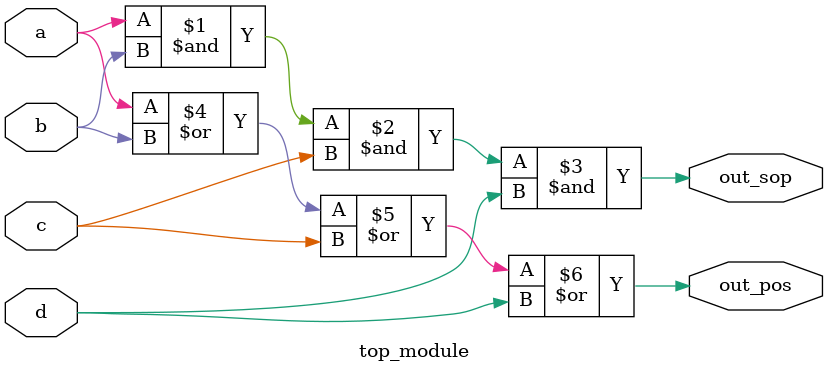
<source format=sv>
module top_module (
	input a,
	input b,
	input c,
	input d,
	output out_sop,
	output out_pos
);

// Truth table: out_sop = SOP(a,b,c,d) and out_pos = POS(a,b,c,d)
// 2 = 0 0 1 0, 7 = 0 1 1 1, 15 = 1 1 1 1
// 0 = 0 0 0 0, 1 = 0 0 0 1, 4 = 0 1 0 0, 5 = 0 1 0 1, 6 = 0 1 1 0, 9 = 1 0 0 1, 10 = 1 0 1 0, 13 = 1 1 0 1, 14 = 1 1 1 0

and #(4) u1 (out_sop, a, b, c, d);
or #(4) u2 (out_pos, a, b, c, d);

endmodule

</source>
